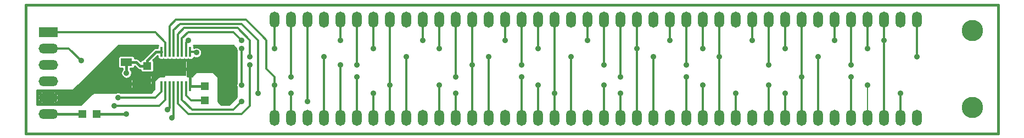
<source format=gtl>
G04 (created by PCBNEW-RS274X (2012-01-19 BZR 3256)-stable) date 28/05/2013 23:41:44*
G01*
G70*
G90*
%MOIN*%
G04 Gerber Fmt 3.4, Leading zero omitted, Abs format*
%FSLAX34Y34*%
G04 APERTURE LIST*
%ADD10C,0.006000*%
%ADD11C,0.015000*%
%ADD12R,0.014000X0.063000*%
%ADD13R,0.130000X0.090000*%
%ADD14R,0.070900X0.047200*%
%ADD15R,0.051200X0.047200*%
%ADD16R,0.047200X0.051200*%
%ADD17R,0.118100X0.059100*%
%ADD18O,0.118100X0.059100*%
%ADD19O,0.059100X0.098400*%
%ADD20C,0.129900*%
%ADD21C,0.035000*%
%ADD22C,0.016000*%
%ADD23C,0.012000*%
%ADD24C,0.008000*%
%ADD25C,0.010000*%
G04 APERTURE END LIST*
G54D10*
G54D11*
X44882Y-25197D02*
X44882Y-17323D01*
X103937Y-25197D02*
X44882Y-25197D01*
X103937Y-17323D02*
X103937Y-25197D01*
X44882Y-17323D02*
X103937Y-17323D01*
G54D12*
X53125Y-22300D03*
X53375Y-22300D03*
X53625Y-22300D03*
X53875Y-22300D03*
X54125Y-22300D03*
X54375Y-22300D03*
X54625Y-22300D03*
X54875Y-22300D03*
X54875Y-20200D03*
X54625Y-20200D03*
X54375Y-20200D03*
X54125Y-20200D03*
X53875Y-20200D03*
X53625Y-20200D03*
X53375Y-20200D03*
X53125Y-20200D03*
G54D13*
X54000Y-21250D03*
G54D14*
X51000Y-20831D03*
X51000Y-22169D03*
G54D15*
X55750Y-23183D03*
X55750Y-22317D03*
G54D16*
X49183Y-24000D03*
X48317Y-24000D03*
G54D15*
X52250Y-21067D03*
X52250Y-21933D03*
G54D17*
X46250Y-19000D03*
G54D18*
X46250Y-20000D03*
X46250Y-21000D03*
X46250Y-22000D03*
X46250Y-23000D03*
X46250Y-24000D03*
G54D19*
X92000Y-24250D03*
X93000Y-24250D03*
X94000Y-24250D03*
X94000Y-18250D03*
X93000Y-18250D03*
X92000Y-18250D03*
X91000Y-18250D03*
X90000Y-18250D03*
X90000Y-24250D03*
X91000Y-24250D03*
X82000Y-24250D03*
X83000Y-24250D03*
X84000Y-24250D03*
X84000Y-18250D03*
X83000Y-18250D03*
X82000Y-18250D03*
X81000Y-18250D03*
X80000Y-18250D03*
X80000Y-24250D03*
X81000Y-24250D03*
X62000Y-24250D03*
X63000Y-24250D03*
X64000Y-24250D03*
X64000Y-18250D03*
X63000Y-18250D03*
X62000Y-18250D03*
X61000Y-18250D03*
X60000Y-18250D03*
X60000Y-24250D03*
X61000Y-24250D03*
X72000Y-24250D03*
X73000Y-24250D03*
X74000Y-24250D03*
X74000Y-18250D03*
X73000Y-18250D03*
X72000Y-18250D03*
X71000Y-18250D03*
X70000Y-18250D03*
X70000Y-24250D03*
X71000Y-24250D03*
X77000Y-24250D03*
X78000Y-24250D03*
X79000Y-24250D03*
X79000Y-18250D03*
X78000Y-18250D03*
X77000Y-18250D03*
X76000Y-18250D03*
X75000Y-18250D03*
X75000Y-24250D03*
X76000Y-24250D03*
X67000Y-24250D03*
X68000Y-24250D03*
X69000Y-24250D03*
X69000Y-18250D03*
X68000Y-18250D03*
X67000Y-18250D03*
X66000Y-18250D03*
X65000Y-18250D03*
X65000Y-24250D03*
X66000Y-24250D03*
X87000Y-24250D03*
X88000Y-24250D03*
X89000Y-24250D03*
X89000Y-18250D03*
X88000Y-18250D03*
X87000Y-18250D03*
X86000Y-18250D03*
X85000Y-18250D03*
X85000Y-24250D03*
X86000Y-24250D03*
X97000Y-24250D03*
X98000Y-24250D03*
X99000Y-24250D03*
X99000Y-18250D03*
X98000Y-18250D03*
X97000Y-18250D03*
X96000Y-18250D03*
X95000Y-18250D03*
X95000Y-24250D03*
X96000Y-24250D03*
G54D20*
X102362Y-18898D03*
X102362Y-23622D03*
G54D21*
X51000Y-21500D03*
X51000Y-24000D03*
X50250Y-23500D03*
X48250Y-20750D03*
X50500Y-23000D03*
X55250Y-20250D03*
X62000Y-23250D03*
X58000Y-23250D03*
X64000Y-21000D03*
X85000Y-21000D03*
X95000Y-21000D03*
X58500Y-21000D03*
X80000Y-21000D03*
X65000Y-21000D03*
X75000Y-21000D03*
X90000Y-21000D03*
X72000Y-21000D03*
X60000Y-20000D03*
X66000Y-20000D03*
X91000Y-20000D03*
X82000Y-20000D03*
X96000Y-20000D03*
X53750Y-24250D03*
X58000Y-20000D03*
X58000Y-22250D03*
X70000Y-20000D03*
X86000Y-20000D03*
X76000Y-20000D03*
X53500Y-23750D03*
X81000Y-21750D03*
X75000Y-21750D03*
X95000Y-21750D03*
X92000Y-21750D03*
X85000Y-21750D03*
X61000Y-21750D03*
X65000Y-21750D03*
X71000Y-21750D03*
X76000Y-22250D03*
X60000Y-22250D03*
X67000Y-22250D03*
X70000Y-22250D03*
X80000Y-22250D03*
X86000Y-22250D03*
X96000Y-22250D03*
X90000Y-22250D03*
X77000Y-22750D03*
X66000Y-22750D03*
X61000Y-22750D03*
X71000Y-22750D03*
X81000Y-22750D03*
X98000Y-22750D03*
X91000Y-22750D03*
X88000Y-22750D03*
X59000Y-22750D03*
X87000Y-20500D03*
X83000Y-20500D03*
X68000Y-20500D03*
X78000Y-20500D03*
X73000Y-20500D03*
X63000Y-20500D03*
X93000Y-20500D03*
X58500Y-20500D03*
X99000Y-20500D03*
X58000Y-19500D03*
X84000Y-19500D03*
X79000Y-19500D03*
X89000Y-19500D03*
X97000Y-19500D03*
X94000Y-19500D03*
X69000Y-19500D03*
X74000Y-19500D03*
X64000Y-19500D03*
X54750Y-19500D03*
G54D22*
X51000Y-20831D02*
X51000Y-21500D01*
X51000Y-24000D02*
X49183Y-24000D01*
X51000Y-20831D02*
X51581Y-20831D01*
X51817Y-21067D02*
X52250Y-21067D01*
X51581Y-20831D02*
X51817Y-21067D01*
X52250Y-20750D02*
X52800Y-20200D01*
X52250Y-21067D02*
X52250Y-20750D01*
X52800Y-20200D02*
X53125Y-20200D01*
X48317Y-24000D02*
X46250Y-24000D01*
G54D23*
X53375Y-23125D02*
X53000Y-23500D01*
X53375Y-22300D02*
X53375Y-23125D01*
X53000Y-23500D02*
X50250Y-23500D01*
X48250Y-20750D02*
X47500Y-20000D01*
X53125Y-22625D02*
X52750Y-23000D01*
X51000Y-23000D02*
X50500Y-23000D01*
X53125Y-22300D02*
X53125Y-22625D01*
X47500Y-20000D02*
X46250Y-20000D01*
X52750Y-23000D02*
X51000Y-23000D01*
X54933Y-23183D02*
X55750Y-23183D01*
X54625Y-22300D02*
X54625Y-22875D01*
X54625Y-22875D02*
X54933Y-23183D01*
X55200Y-20200D02*
X55250Y-20250D01*
X55200Y-20200D02*
X54875Y-20200D01*
X53375Y-20200D02*
X53375Y-19625D01*
X53375Y-19625D02*
X52750Y-19000D01*
X52750Y-19000D02*
X46250Y-19000D01*
X62000Y-18250D02*
X62000Y-23250D01*
X57500Y-23750D02*
X58000Y-23250D01*
X54375Y-22300D02*
X54375Y-23125D01*
X55000Y-23750D02*
X57500Y-23750D01*
X54375Y-23125D02*
X55000Y-23750D01*
X90000Y-18250D02*
X90000Y-21000D01*
X64000Y-24250D02*
X64000Y-21000D01*
X54750Y-24000D02*
X58000Y-24000D01*
X72000Y-24250D02*
X72000Y-21000D01*
X65000Y-18250D02*
X65000Y-21000D01*
X72000Y-18250D02*
X72000Y-21000D01*
X75000Y-18250D02*
X75000Y-21000D01*
X54125Y-23250D02*
X54125Y-23375D01*
X58000Y-24000D02*
X58500Y-23500D01*
X54125Y-23375D02*
X54750Y-24000D01*
X54125Y-22300D02*
X54125Y-23250D01*
X58500Y-23500D02*
X58500Y-21000D01*
X80000Y-18250D02*
X80000Y-21000D01*
X95000Y-18250D02*
X95000Y-21000D01*
X85000Y-18250D02*
X85000Y-21000D01*
X91000Y-18250D02*
X91000Y-20000D01*
X60000Y-19000D02*
X60000Y-18250D01*
X82000Y-18250D02*
X82000Y-20000D01*
X82000Y-24250D02*
X82000Y-20000D01*
X96000Y-18250D02*
X96000Y-20000D01*
X53875Y-24125D02*
X53750Y-24250D01*
X53875Y-22300D02*
X53875Y-24125D01*
X58000Y-22250D02*
X58000Y-20000D01*
X66000Y-18250D02*
X66000Y-20000D01*
X86000Y-18250D02*
X86000Y-20000D01*
X76000Y-18250D02*
X76000Y-20000D01*
X70000Y-18250D02*
X70000Y-20000D01*
X60000Y-20000D02*
X60000Y-19000D01*
X95000Y-21750D02*
X95000Y-24250D01*
X53625Y-23625D02*
X53500Y-23750D01*
X53625Y-22300D02*
X53625Y-23625D01*
X65000Y-24250D02*
X65000Y-21750D01*
X61000Y-18250D02*
X61000Y-21750D01*
X81000Y-18250D02*
X81000Y-21750D01*
X85000Y-24250D02*
X85000Y-21750D01*
X71000Y-18250D02*
X71000Y-21750D01*
X92000Y-18250D02*
X92000Y-21750D01*
X75000Y-24250D02*
X75000Y-21750D01*
X92000Y-24250D02*
X92000Y-21750D01*
G54D24*
X96000Y-24250D02*
X96000Y-22250D01*
G54D23*
X60000Y-24250D02*
X60000Y-22250D01*
X70000Y-24250D02*
X70000Y-22250D01*
X90000Y-24250D02*
X90000Y-22250D01*
X53625Y-20200D02*
X53625Y-18625D01*
X54000Y-18250D02*
X58250Y-18250D01*
X59500Y-19500D02*
X59250Y-19250D01*
X59500Y-21250D02*
X59500Y-19500D01*
X60000Y-21750D02*
X59500Y-21250D01*
X58250Y-18250D02*
X59250Y-19250D01*
X86000Y-24250D02*
X86000Y-22250D01*
X67000Y-18250D02*
X67000Y-22250D01*
X80000Y-24250D02*
X80000Y-22250D01*
X76000Y-24250D02*
X76000Y-22250D01*
X67000Y-24250D02*
X67000Y-22250D01*
X60000Y-22250D02*
X60000Y-21750D01*
X53625Y-18625D02*
X54000Y-18250D01*
X77000Y-18250D02*
X77000Y-22750D01*
X77000Y-24250D02*
X77000Y-22750D01*
X71000Y-24250D02*
X71000Y-22750D01*
X66000Y-24250D02*
X66000Y-22750D01*
X98000Y-24250D02*
X98000Y-22750D01*
X88000Y-24250D02*
X88000Y-22750D01*
X54250Y-18500D02*
X58000Y-18500D01*
X58000Y-18500D02*
X59000Y-19500D01*
X61000Y-24250D02*
X61000Y-22750D01*
X91000Y-24250D02*
X91000Y-22750D01*
X53875Y-18875D02*
X54250Y-18500D01*
X59000Y-19500D02*
X59000Y-22750D01*
X53875Y-20200D02*
X53875Y-18875D01*
X81000Y-24250D02*
X81000Y-22750D01*
X68000Y-24250D02*
X68000Y-20500D01*
X73000Y-20500D02*
X73000Y-24250D01*
X54125Y-20200D02*
X54125Y-19125D01*
X99000Y-18250D02*
X99000Y-20500D01*
X93000Y-20500D02*
X93000Y-24250D01*
X87000Y-20500D02*
X87000Y-18250D01*
X58500Y-19500D02*
X58500Y-20500D01*
X57750Y-18750D02*
X58500Y-19500D01*
X54500Y-18750D02*
X57750Y-18750D01*
X54125Y-19125D02*
X54500Y-18750D01*
X63000Y-20500D02*
X63000Y-24250D01*
X83000Y-20500D02*
X83000Y-24250D01*
X78000Y-20500D02*
X78000Y-24250D01*
X87000Y-20500D02*
X87000Y-24250D01*
X64000Y-19500D02*
X64000Y-18250D01*
X54375Y-20200D02*
X54375Y-19375D01*
X84000Y-18250D02*
X84000Y-19500D01*
X97000Y-24250D02*
X97000Y-19500D01*
X79000Y-18250D02*
X79000Y-19500D01*
X94000Y-18250D02*
X94000Y-19500D01*
X69000Y-18250D02*
X69000Y-19500D01*
X54375Y-19375D02*
X54750Y-19000D01*
X57500Y-19000D02*
X58000Y-19500D01*
X54750Y-19000D02*
X57500Y-19000D01*
X89000Y-18250D02*
X89000Y-19500D01*
X97000Y-18250D02*
X97000Y-19500D01*
X74000Y-18250D02*
X74000Y-19500D01*
G54D22*
X54875Y-22300D02*
X54875Y-21625D01*
X54875Y-21625D02*
X54750Y-21500D01*
X54875Y-22300D02*
X55733Y-22300D01*
X55733Y-22300D02*
X55750Y-22317D01*
G54D23*
X54625Y-19625D02*
X54750Y-19500D01*
X54625Y-20200D02*
X54625Y-19625D01*
G54D10*
G36*
X57700Y-22979D02*
X57229Y-23450D01*
X56771Y-23450D01*
X56550Y-23229D01*
X56550Y-21729D01*
X56271Y-21450D01*
X55229Y-21450D01*
X54979Y-21700D01*
X54700Y-21700D01*
X54700Y-21312D01*
X54700Y-21188D01*
X54700Y-20795D01*
X54698Y-20785D01*
X54694Y-20776D01*
X54689Y-20768D01*
X54682Y-20761D01*
X54674Y-20756D01*
X54665Y-20752D01*
X54655Y-20750D01*
X54645Y-20750D01*
X54062Y-20750D01*
X54050Y-20762D01*
X54050Y-21200D01*
X54688Y-21200D01*
X54700Y-21188D01*
X54700Y-21312D01*
X54688Y-21300D01*
X54100Y-21300D01*
X54050Y-21300D01*
X53950Y-21300D01*
X53950Y-21200D01*
X53950Y-20762D01*
X53938Y-20750D01*
X53355Y-20750D01*
X53345Y-20750D01*
X53335Y-20752D01*
X53326Y-20756D01*
X53318Y-20761D01*
X53311Y-20768D01*
X53306Y-20776D01*
X53302Y-20785D01*
X53300Y-20795D01*
X53300Y-21188D01*
X53312Y-21200D01*
X53950Y-21200D01*
X53950Y-21300D01*
X53900Y-21300D01*
X53312Y-21300D01*
X53300Y-21312D01*
X53300Y-21700D01*
X52979Y-21700D01*
X52700Y-21979D01*
X52700Y-22479D01*
X52556Y-22623D01*
X52556Y-22174D01*
X52556Y-21995D01*
X52556Y-21871D01*
X52556Y-21692D01*
X52554Y-21682D01*
X52550Y-21673D01*
X52545Y-21665D01*
X52538Y-21658D01*
X52530Y-21653D01*
X52521Y-21649D01*
X52511Y-21647D01*
X52501Y-21647D01*
X52312Y-21647D01*
X52300Y-21659D01*
X52300Y-21883D01*
X52544Y-21883D01*
X52556Y-21871D01*
X52556Y-21995D01*
X52544Y-21983D01*
X52300Y-21983D01*
X52300Y-22207D01*
X52312Y-22219D01*
X52501Y-22219D01*
X52511Y-22219D01*
X52521Y-22217D01*
X52530Y-22213D01*
X52538Y-22208D01*
X52545Y-22201D01*
X52550Y-22193D01*
X52554Y-22184D01*
X52556Y-22174D01*
X52556Y-22623D01*
X52479Y-22700D01*
X52200Y-22700D01*
X52200Y-22207D01*
X52200Y-21983D01*
X52200Y-21883D01*
X52200Y-21659D01*
X52188Y-21647D01*
X51999Y-21647D01*
X51989Y-21647D01*
X51979Y-21649D01*
X51970Y-21653D01*
X51962Y-21658D01*
X51955Y-21665D01*
X51950Y-21673D01*
X51946Y-21682D01*
X51944Y-21692D01*
X51944Y-21871D01*
X51956Y-21883D01*
X52200Y-21883D01*
X52200Y-21983D01*
X51956Y-21983D01*
X51944Y-21995D01*
X51944Y-22174D01*
X51946Y-22184D01*
X51950Y-22193D01*
X51955Y-22201D01*
X51962Y-22208D01*
X51970Y-22213D01*
X51979Y-22217D01*
X51989Y-22219D01*
X51999Y-22219D01*
X52188Y-22219D01*
X52200Y-22207D01*
X52200Y-22700D01*
X51404Y-22700D01*
X51404Y-22410D01*
X51404Y-22231D01*
X51404Y-22107D01*
X51404Y-21928D01*
X51402Y-21918D01*
X51398Y-21909D01*
X51393Y-21901D01*
X51386Y-21894D01*
X51378Y-21889D01*
X51369Y-21885D01*
X51359Y-21883D01*
X51349Y-21883D01*
X51062Y-21883D01*
X51050Y-21895D01*
X51050Y-22119D01*
X51392Y-22119D01*
X51404Y-22107D01*
X51404Y-22231D01*
X51392Y-22219D01*
X51050Y-22219D01*
X51050Y-22443D01*
X51062Y-22455D01*
X51349Y-22455D01*
X51359Y-22455D01*
X51369Y-22453D01*
X51378Y-22449D01*
X51386Y-22444D01*
X51393Y-22437D01*
X51398Y-22429D01*
X51402Y-22420D01*
X51404Y-22410D01*
X51404Y-22700D01*
X50950Y-22700D01*
X50950Y-22443D01*
X50950Y-22219D01*
X50950Y-22119D01*
X50950Y-21895D01*
X50938Y-21883D01*
X50651Y-21883D01*
X50641Y-21883D01*
X50631Y-21885D01*
X50622Y-21889D01*
X50614Y-21894D01*
X50607Y-21901D01*
X50602Y-21909D01*
X50598Y-21918D01*
X50596Y-21928D01*
X50596Y-22107D01*
X50608Y-22119D01*
X50950Y-22119D01*
X50950Y-22219D01*
X50608Y-22219D01*
X50596Y-22231D01*
X50596Y-22410D01*
X50598Y-22420D01*
X50602Y-22429D01*
X50607Y-22437D01*
X50614Y-22444D01*
X50622Y-22449D01*
X50631Y-22453D01*
X50641Y-22455D01*
X50651Y-22455D01*
X50938Y-22455D01*
X50950Y-22443D01*
X50950Y-22700D01*
X50623Y-22700D01*
X50596Y-22689D01*
X50534Y-22676D01*
X50470Y-22676D01*
X50408Y-22688D01*
X50378Y-22700D01*
X48979Y-22700D01*
X48229Y-23450D01*
X46874Y-23450D01*
X46874Y-23103D01*
X46874Y-23050D01*
X46874Y-22950D01*
X46874Y-22897D01*
X46857Y-22823D01*
X46817Y-22766D01*
X46766Y-22718D01*
X46707Y-22680D01*
X46642Y-22655D01*
X46300Y-22655D01*
X46300Y-22950D01*
X46874Y-22950D01*
X46874Y-23050D01*
X46300Y-23050D01*
X46300Y-23345D01*
X46642Y-23345D01*
X46707Y-23320D01*
X46766Y-23282D01*
X46817Y-23234D01*
X46857Y-23177D01*
X46874Y-23103D01*
X46874Y-23450D01*
X46200Y-23450D01*
X46200Y-23345D01*
X46200Y-23050D01*
X46200Y-22950D01*
X46200Y-22655D01*
X45858Y-22655D01*
X45793Y-22680D01*
X45734Y-22718D01*
X45683Y-22766D01*
X45643Y-22823D01*
X45626Y-22897D01*
X45626Y-22950D01*
X46200Y-22950D01*
X46200Y-23050D01*
X45626Y-23050D01*
X45626Y-23103D01*
X45643Y-23177D01*
X45683Y-23234D01*
X45734Y-23282D01*
X45793Y-23320D01*
X45858Y-23345D01*
X46200Y-23345D01*
X46200Y-23450D01*
X45550Y-23450D01*
X45550Y-22550D01*
X47771Y-22550D01*
X50521Y-19800D01*
X52932Y-19800D01*
X52923Y-19814D01*
X52912Y-19841D01*
X52906Y-19870D01*
X52906Y-19899D01*
X52906Y-19970D01*
X52800Y-19970D01*
X52755Y-19974D01*
X52712Y-19987D01*
X52673Y-20008D01*
X52645Y-20031D01*
X52639Y-20036D01*
X52638Y-20037D01*
X52637Y-20038D01*
X52087Y-20587D01*
X52058Y-20622D01*
X52037Y-20662D01*
X52030Y-20682D01*
X51979Y-20682D01*
X51950Y-20688D01*
X51923Y-20699D01*
X51899Y-20715D01*
X51878Y-20736D01*
X51862Y-20760D01*
X51854Y-20778D01*
X51745Y-20670D01*
X51744Y-20668D01*
X51711Y-20641D01*
X51709Y-20639D01*
X51672Y-20620D01*
X51669Y-20618D01*
X51627Y-20605D01*
X51592Y-20601D01*
X51584Y-20601D01*
X51582Y-20601D01*
X51581Y-20601D01*
X51503Y-20601D01*
X51503Y-20580D01*
X51497Y-20551D01*
X51486Y-20524D01*
X51470Y-20500D01*
X51449Y-20479D01*
X51425Y-20463D01*
X51398Y-20452D01*
X51369Y-20446D01*
X51340Y-20446D01*
X50631Y-20446D01*
X50602Y-20452D01*
X50575Y-20463D01*
X50551Y-20479D01*
X50530Y-20500D01*
X50514Y-20524D01*
X50503Y-20551D01*
X50497Y-20580D01*
X50497Y-20609D01*
X50497Y-21082D01*
X50503Y-21111D01*
X50514Y-21138D01*
X50530Y-21162D01*
X50551Y-21183D01*
X50575Y-21199D01*
X50602Y-21210D01*
X50631Y-21216D01*
X50660Y-21216D01*
X50770Y-21216D01*
X50770Y-21271D01*
X50750Y-21291D01*
X50715Y-21343D01*
X50690Y-21402D01*
X50676Y-21464D01*
X50676Y-21527D01*
X50687Y-21590D01*
X50711Y-21649D01*
X50745Y-21702D01*
X50789Y-21748D01*
X50841Y-21784D01*
X50900Y-21810D01*
X50962Y-21823D01*
X51025Y-21825D01*
X51088Y-21814D01*
X51147Y-21791D01*
X51201Y-21756D01*
X51247Y-21713D01*
X51283Y-21661D01*
X51309Y-21603D01*
X51323Y-21541D01*
X51324Y-21468D01*
X51312Y-21406D01*
X51287Y-21347D01*
X51252Y-21294D01*
X51230Y-21272D01*
X51230Y-21216D01*
X51369Y-21216D01*
X51398Y-21210D01*
X51425Y-21199D01*
X51449Y-21183D01*
X51470Y-21162D01*
X51486Y-21138D01*
X51497Y-21111D01*
X51503Y-21082D01*
X51503Y-21078D01*
X51653Y-21228D01*
X51654Y-21229D01*
X51687Y-21257D01*
X51688Y-21258D01*
X51722Y-21276D01*
X51726Y-21278D01*
X51728Y-21279D01*
X51743Y-21283D01*
X51769Y-21292D01*
X51771Y-21292D01*
X51814Y-21297D01*
X51817Y-21297D01*
X51845Y-21297D01*
X51845Y-21318D01*
X51851Y-21347D01*
X51862Y-21374D01*
X51878Y-21398D01*
X51899Y-21419D01*
X51923Y-21435D01*
X51950Y-21446D01*
X51979Y-21452D01*
X52008Y-21452D01*
X52521Y-21452D01*
X52550Y-21446D01*
X52577Y-21435D01*
X52601Y-21419D01*
X52622Y-21398D01*
X52638Y-21374D01*
X52649Y-21347D01*
X52655Y-21318D01*
X52655Y-21289D01*
X52655Y-20816D01*
X52649Y-20787D01*
X52638Y-20760D01*
X52622Y-20736D01*
X52605Y-20719D01*
X52895Y-20430D01*
X52906Y-20430D01*
X52906Y-20530D01*
X52912Y-20559D01*
X52923Y-20586D01*
X52939Y-20610D01*
X52960Y-20631D01*
X52984Y-20647D01*
X53011Y-20658D01*
X53040Y-20664D01*
X53069Y-20664D01*
X53210Y-20664D01*
X53239Y-20658D01*
X53250Y-20653D01*
X53261Y-20658D01*
X53290Y-20664D01*
X53319Y-20664D01*
X53460Y-20664D01*
X53489Y-20658D01*
X53500Y-20653D01*
X53511Y-20658D01*
X53540Y-20664D01*
X53569Y-20664D01*
X53710Y-20664D01*
X53739Y-20658D01*
X53750Y-20653D01*
X53761Y-20658D01*
X53790Y-20664D01*
X53819Y-20664D01*
X53960Y-20664D01*
X53989Y-20658D01*
X54000Y-20653D01*
X54011Y-20658D01*
X54040Y-20664D01*
X54069Y-20664D01*
X54210Y-20664D01*
X54239Y-20658D01*
X54250Y-20653D01*
X54261Y-20658D01*
X54290Y-20664D01*
X54319Y-20664D01*
X54460Y-20664D01*
X54489Y-20658D01*
X54500Y-20653D01*
X54511Y-20658D01*
X54540Y-20664D01*
X54569Y-20664D01*
X54710Y-20664D01*
X54739Y-20658D01*
X54750Y-20653D01*
X54761Y-20658D01*
X54790Y-20664D01*
X54819Y-20664D01*
X54960Y-20664D01*
X54989Y-20658D01*
X55016Y-20647D01*
X55040Y-20631D01*
X55061Y-20610D01*
X55077Y-20586D01*
X55088Y-20559D01*
X55092Y-20534D01*
X55150Y-20560D01*
X55212Y-20573D01*
X55275Y-20575D01*
X55338Y-20564D01*
X55397Y-20541D01*
X55451Y-20506D01*
X55497Y-20463D01*
X55533Y-20411D01*
X55559Y-20353D01*
X55573Y-20291D01*
X55574Y-20218D01*
X55562Y-20156D01*
X55537Y-20097D01*
X55502Y-20044D01*
X55457Y-19999D01*
X55405Y-19963D01*
X55346Y-19939D01*
X55284Y-19926D01*
X55220Y-19926D01*
X55158Y-19938D01*
X55099Y-19962D01*
X55094Y-19965D01*
X55094Y-19870D01*
X55088Y-19841D01*
X55077Y-19814D01*
X55067Y-19800D01*
X57479Y-19800D01*
X57676Y-19997D01*
X57676Y-20027D01*
X57687Y-20090D01*
X57700Y-20121D01*
X57700Y-22128D01*
X57690Y-22152D01*
X57676Y-22214D01*
X57676Y-22277D01*
X57687Y-22340D01*
X57700Y-22371D01*
X57700Y-22979D01*
X57700Y-22979D01*
G37*
G54D25*
X57700Y-22979D02*
X57229Y-23450D01*
X56771Y-23450D01*
X56550Y-23229D01*
X56550Y-21729D01*
X56271Y-21450D01*
X55229Y-21450D01*
X54979Y-21700D01*
X54700Y-21700D01*
X54700Y-21312D01*
X54700Y-21188D01*
X54700Y-20795D01*
X54698Y-20785D01*
X54694Y-20776D01*
X54689Y-20768D01*
X54682Y-20761D01*
X54674Y-20756D01*
X54665Y-20752D01*
X54655Y-20750D01*
X54645Y-20750D01*
X54062Y-20750D01*
X54050Y-20762D01*
X54050Y-21200D01*
X54688Y-21200D01*
X54700Y-21188D01*
X54700Y-21312D01*
X54688Y-21300D01*
X54100Y-21300D01*
X54050Y-21300D01*
X53950Y-21300D01*
X53950Y-21200D01*
X53950Y-20762D01*
X53938Y-20750D01*
X53355Y-20750D01*
X53345Y-20750D01*
X53335Y-20752D01*
X53326Y-20756D01*
X53318Y-20761D01*
X53311Y-20768D01*
X53306Y-20776D01*
X53302Y-20785D01*
X53300Y-20795D01*
X53300Y-21188D01*
X53312Y-21200D01*
X53950Y-21200D01*
X53950Y-21300D01*
X53900Y-21300D01*
X53312Y-21300D01*
X53300Y-21312D01*
X53300Y-21700D01*
X52979Y-21700D01*
X52700Y-21979D01*
X52700Y-22479D01*
X52556Y-22623D01*
X52556Y-22174D01*
X52556Y-21995D01*
X52556Y-21871D01*
X52556Y-21692D01*
X52554Y-21682D01*
X52550Y-21673D01*
X52545Y-21665D01*
X52538Y-21658D01*
X52530Y-21653D01*
X52521Y-21649D01*
X52511Y-21647D01*
X52501Y-21647D01*
X52312Y-21647D01*
X52300Y-21659D01*
X52300Y-21883D01*
X52544Y-21883D01*
X52556Y-21871D01*
X52556Y-21995D01*
X52544Y-21983D01*
X52300Y-21983D01*
X52300Y-22207D01*
X52312Y-22219D01*
X52501Y-22219D01*
X52511Y-22219D01*
X52521Y-22217D01*
X52530Y-22213D01*
X52538Y-22208D01*
X52545Y-22201D01*
X52550Y-22193D01*
X52554Y-22184D01*
X52556Y-22174D01*
X52556Y-22623D01*
X52479Y-22700D01*
X52200Y-22700D01*
X52200Y-22207D01*
X52200Y-21983D01*
X52200Y-21883D01*
X52200Y-21659D01*
X52188Y-21647D01*
X51999Y-21647D01*
X51989Y-21647D01*
X51979Y-21649D01*
X51970Y-21653D01*
X51962Y-21658D01*
X51955Y-21665D01*
X51950Y-21673D01*
X51946Y-21682D01*
X51944Y-21692D01*
X51944Y-21871D01*
X51956Y-21883D01*
X52200Y-21883D01*
X52200Y-21983D01*
X51956Y-21983D01*
X51944Y-21995D01*
X51944Y-22174D01*
X51946Y-22184D01*
X51950Y-22193D01*
X51955Y-22201D01*
X51962Y-22208D01*
X51970Y-22213D01*
X51979Y-22217D01*
X51989Y-22219D01*
X51999Y-22219D01*
X52188Y-22219D01*
X52200Y-22207D01*
X52200Y-22700D01*
X51404Y-22700D01*
X51404Y-22410D01*
X51404Y-22231D01*
X51404Y-22107D01*
X51404Y-21928D01*
X51402Y-21918D01*
X51398Y-21909D01*
X51393Y-21901D01*
X51386Y-21894D01*
X51378Y-21889D01*
X51369Y-21885D01*
X51359Y-21883D01*
X51349Y-21883D01*
X51062Y-21883D01*
X51050Y-21895D01*
X51050Y-22119D01*
X51392Y-22119D01*
X51404Y-22107D01*
X51404Y-22231D01*
X51392Y-22219D01*
X51050Y-22219D01*
X51050Y-22443D01*
X51062Y-22455D01*
X51349Y-22455D01*
X51359Y-22455D01*
X51369Y-22453D01*
X51378Y-22449D01*
X51386Y-22444D01*
X51393Y-22437D01*
X51398Y-22429D01*
X51402Y-22420D01*
X51404Y-22410D01*
X51404Y-22700D01*
X50950Y-22700D01*
X50950Y-22443D01*
X50950Y-22219D01*
X50950Y-22119D01*
X50950Y-21895D01*
X50938Y-21883D01*
X50651Y-21883D01*
X50641Y-21883D01*
X50631Y-21885D01*
X50622Y-21889D01*
X50614Y-21894D01*
X50607Y-21901D01*
X50602Y-21909D01*
X50598Y-21918D01*
X50596Y-21928D01*
X50596Y-22107D01*
X50608Y-22119D01*
X50950Y-22119D01*
X50950Y-22219D01*
X50608Y-22219D01*
X50596Y-22231D01*
X50596Y-22410D01*
X50598Y-22420D01*
X50602Y-22429D01*
X50607Y-22437D01*
X50614Y-22444D01*
X50622Y-22449D01*
X50631Y-22453D01*
X50641Y-22455D01*
X50651Y-22455D01*
X50938Y-22455D01*
X50950Y-22443D01*
X50950Y-22700D01*
X50623Y-22700D01*
X50596Y-22689D01*
X50534Y-22676D01*
X50470Y-22676D01*
X50408Y-22688D01*
X50378Y-22700D01*
X48979Y-22700D01*
X48229Y-23450D01*
X46874Y-23450D01*
X46874Y-23103D01*
X46874Y-23050D01*
X46874Y-22950D01*
X46874Y-22897D01*
X46857Y-22823D01*
X46817Y-22766D01*
X46766Y-22718D01*
X46707Y-22680D01*
X46642Y-22655D01*
X46300Y-22655D01*
X46300Y-22950D01*
X46874Y-22950D01*
X46874Y-23050D01*
X46300Y-23050D01*
X46300Y-23345D01*
X46642Y-23345D01*
X46707Y-23320D01*
X46766Y-23282D01*
X46817Y-23234D01*
X46857Y-23177D01*
X46874Y-23103D01*
X46874Y-23450D01*
X46200Y-23450D01*
X46200Y-23345D01*
X46200Y-23050D01*
X46200Y-22950D01*
X46200Y-22655D01*
X45858Y-22655D01*
X45793Y-22680D01*
X45734Y-22718D01*
X45683Y-22766D01*
X45643Y-22823D01*
X45626Y-22897D01*
X45626Y-22950D01*
X46200Y-22950D01*
X46200Y-23050D01*
X45626Y-23050D01*
X45626Y-23103D01*
X45643Y-23177D01*
X45683Y-23234D01*
X45734Y-23282D01*
X45793Y-23320D01*
X45858Y-23345D01*
X46200Y-23345D01*
X46200Y-23450D01*
X45550Y-23450D01*
X45550Y-22550D01*
X47771Y-22550D01*
X50521Y-19800D01*
X52932Y-19800D01*
X52923Y-19814D01*
X52912Y-19841D01*
X52906Y-19870D01*
X52906Y-19899D01*
X52906Y-19970D01*
X52800Y-19970D01*
X52755Y-19974D01*
X52712Y-19987D01*
X52673Y-20008D01*
X52645Y-20031D01*
X52639Y-20036D01*
X52638Y-20037D01*
X52637Y-20038D01*
X52087Y-20587D01*
X52058Y-20622D01*
X52037Y-20662D01*
X52030Y-20682D01*
X51979Y-20682D01*
X51950Y-20688D01*
X51923Y-20699D01*
X51899Y-20715D01*
X51878Y-20736D01*
X51862Y-20760D01*
X51854Y-20778D01*
X51745Y-20670D01*
X51744Y-20668D01*
X51711Y-20641D01*
X51709Y-20639D01*
X51672Y-20620D01*
X51669Y-20618D01*
X51627Y-20605D01*
X51592Y-20601D01*
X51584Y-20601D01*
X51582Y-20601D01*
X51581Y-20601D01*
X51503Y-20601D01*
X51503Y-20580D01*
X51497Y-20551D01*
X51486Y-20524D01*
X51470Y-20500D01*
X51449Y-20479D01*
X51425Y-20463D01*
X51398Y-20452D01*
X51369Y-20446D01*
X51340Y-20446D01*
X50631Y-20446D01*
X50602Y-20452D01*
X50575Y-20463D01*
X50551Y-20479D01*
X50530Y-20500D01*
X50514Y-20524D01*
X50503Y-20551D01*
X50497Y-20580D01*
X50497Y-20609D01*
X50497Y-21082D01*
X50503Y-21111D01*
X50514Y-21138D01*
X50530Y-21162D01*
X50551Y-21183D01*
X50575Y-21199D01*
X50602Y-21210D01*
X50631Y-21216D01*
X50660Y-21216D01*
X50770Y-21216D01*
X50770Y-21271D01*
X50750Y-21291D01*
X50715Y-21343D01*
X50690Y-21402D01*
X50676Y-21464D01*
X50676Y-21527D01*
X50687Y-21590D01*
X50711Y-21649D01*
X50745Y-21702D01*
X50789Y-21748D01*
X50841Y-21784D01*
X50900Y-21810D01*
X50962Y-21823D01*
X51025Y-21825D01*
X51088Y-21814D01*
X51147Y-21791D01*
X51201Y-21756D01*
X51247Y-21713D01*
X51283Y-21661D01*
X51309Y-21603D01*
X51323Y-21541D01*
X51324Y-21468D01*
X51312Y-21406D01*
X51287Y-21347D01*
X51252Y-21294D01*
X51230Y-21272D01*
X51230Y-21216D01*
X51369Y-21216D01*
X51398Y-21210D01*
X51425Y-21199D01*
X51449Y-21183D01*
X51470Y-21162D01*
X51486Y-21138D01*
X51497Y-21111D01*
X51503Y-21082D01*
X51503Y-21078D01*
X51653Y-21228D01*
X51654Y-21229D01*
X51687Y-21257D01*
X51688Y-21258D01*
X51722Y-21276D01*
X51726Y-21278D01*
X51728Y-21279D01*
X51743Y-21283D01*
X51769Y-21292D01*
X51771Y-21292D01*
X51814Y-21297D01*
X51817Y-21297D01*
X51845Y-21297D01*
X51845Y-21318D01*
X51851Y-21347D01*
X51862Y-21374D01*
X51878Y-21398D01*
X51899Y-21419D01*
X51923Y-21435D01*
X51950Y-21446D01*
X51979Y-21452D01*
X52008Y-21452D01*
X52521Y-21452D01*
X52550Y-21446D01*
X52577Y-21435D01*
X52601Y-21419D01*
X52622Y-21398D01*
X52638Y-21374D01*
X52649Y-21347D01*
X52655Y-21318D01*
X52655Y-21289D01*
X52655Y-20816D01*
X52649Y-20787D01*
X52638Y-20760D01*
X52622Y-20736D01*
X52605Y-20719D01*
X52895Y-20430D01*
X52906Y-20430D01*
X52906Y-20530D01*
X52912Y-20559D01*
X52923Y-20586D01*
X52939Y-20610D01*
X52960Y-20631D01*
X52984Y-20647D01*
X53011Y-20658D01*
X53040Y-20664D01*
X53069Y-20664D01*
X53210Y-20664D01*
X53239Y-20658D01*
X53250Y-20653D01*
X53261Y-20658D01*
X53290Y-20664D01*
X53319Y-20664D01*
X53460Y-20664D01*
X53489Y-20658D01*
X53500Y-20653D01*
X53511Y-20658D01*
X53540Y-20664D01*
X53569Y-20664D01*
X53710Y-20664D01*
X53739Y-20658D01*
X53750Y-20653D01*
X53761Y-20658D01*
X53790Y-20664D01*
X53819Y-20664D01*
X53960Y-20664D01*
X53989Y-20658D01*
X54000Y-20653D01*
X54011Y-20658D01*
X54040Y-20664D01*
X54069Y-20664D01*
X54210Y-20664D01*
X54239Y-20658D01*
X54250Y-20653D01*
X54261Y-20658D01*
X54290Y-20664D01*
X54319Y-20664D01*
X54460Y-20664D01*
X54489Y-20658D01*
X54500Y-20653D01*
X54511Y-20658D01*
X54540Y-20664D01*
X54569Y-20664D01*
X54710Y-20664D01*
X54739Y-20658D01*
X54750Y-20653D01*
X54761Y-20658D01*
X54790Y-20664D01*
X54819Y-20664D01*
X54960Y-20664D01*
X54989Y-20658D01*
X55016Y-20647D01*
X55040Y-20631D01*
X55061Y-20610D01*
X55077Y-20586D01*
X55088Y-20559D01*
X55092Y-20534D01*
X55150Y-20560D01*
X55212Y-20573D01*
X55275Y-20575D01*
X55338Y-20564D01*
X55397Y-20541D01*
X55451Y-20506D01*
X55497Y-20463D01*
X55533Y-20411D01*
X55559Y-20353D01*
X55573Y-20291D01*
X55574Y-20218D01*
X55562Y-20156D01*
X55537Y-20097D01*
X55502Y-20044D01*
X55457Y-19999D01*
X55405Y-19963D01*
X55346Y-19939D01*
X55284Y-19926D01*
X55220Y-19926D01*
X55158Y-19938D01*
X55099Y-19962D01*
X55094Y-19965D01*
X55094Y-19870D01*
X55088Y-19841D01*
X55077Y-19814D01*
X55067Y-19800D01*
X57479Y-19800D01*
X57676Y-19997D01*
X57676Y-20027D01*
X57687Y-20090D01*
X57700Y-20121D01*
X57700Y-22128D01*
X57690Y-22152D01*
X57676Y-22214D01*
X57676Y-22277D01*
X57687Y-22340D01*
X57700Y-22371D01*
X57700Y-22979D01*
M02*

</source>
